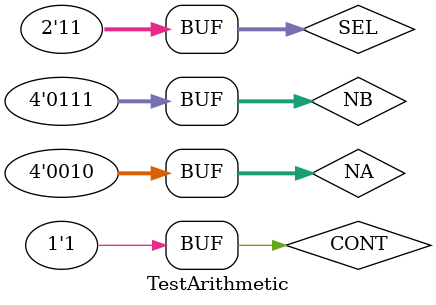
<source format=v>
`timescale 1ns / 1ps


module TestArithmetic;

	// Inputs
	reg [3:0] NA;
	reg [3:0] NB;
	reg [1:0] SEL;
	reg CONT;

	// Outputs
	wire [7:0] SALE;

	// Instantiate the Unit Under Test (UUT)
	BlackBox uut (
		.NA(NA), 
		.NB(NB), 
		.SEL(SEL), 
		.CONT(CONT), 
		.SALE(SALE)
	);

	initial begin
		// Initialize Inputs
		NA = 6;
		NB = 2;
		SEL = 0;
		CONT = 0;
		// Wait 100 ns for global reset to finish
		#100;
		
		NA = 9;
		NB = 3;
		SEL = 1;
		CONT = 0;
		#100;
		
		NA = 4;
		NB = 13;
		SEL = 2;
		CONT = 0;
		#100;
		
		NA = 7;
		NB = 13;
		SEL = 3;
		CONT = 0;
		#100;
		
		NA = 3;
		NB = 5;
		SEL = 0;
		CONT = 1;
		#100;
		
		NA = 15;
		NB = 9;
		SEL = 1;
		CONT = 1;
		#100;
		
		NA = 4;
		NB = 15;
		SEL = 2;
		CONT = 1;
		#100;
		
		NA = 14;
		NB = 7;
		SEL = 3;
		CONT = 1;
		#100;
		
		NA = 15;
		NB = 9;
		SEL = 0;
		CONT = 0;
		#100;
		
		NA = 10;
		NB = 8;
		SEL = 1;
		CONT = 0;
		#100;
		
		NA = 14;
		NB = 6;
		SEL = 2;
		CONT = 0;
		#100;
		
		NA = 9;
		NB = 5;
		SEL = 3;
		CONT = 0;
		#100;
		
		NA = 8;
		NB = 5;
		SEL = 0;
		CONT = 1;
		#100;
		
		NA = 6;
		NB = 9;
		SEL = 1;
		CONT = 1;
		#100;
		
		NA = 11;
		NB = 5;
		SEL = 2;
		CONT = 1;
		#100;
		
		NA = 2;
		NB = 7;
		SEL = 3;
		CONT = 1;
		#100;
        
		// Add stimulus here

	end
      
endmodule


</source>
